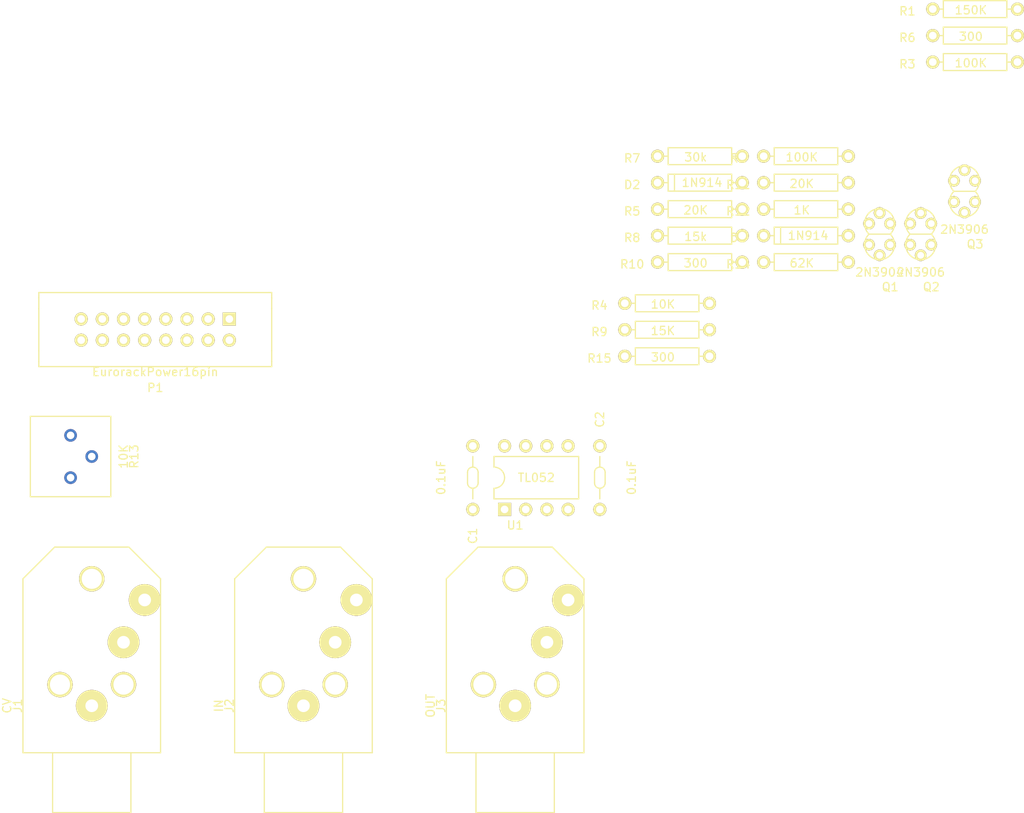
<source format=kicad_pcb>
(kicad_pcb (version 20190605) (host pcbnew "(5.1.0-1546-g4fcfd266e)")

  (general
    (thickness 1.6)
    (drawings 0)
    (tracks 0)
    (modules 27)
    (nets 20)
  )

  (page "A4")
  (layers
    (0 "F.Cu" signal)
    (31 "B.Cu" signal)
    (32 "B.Adhes" user)
    (33 "F.Adhes" user)
    (34 "B.Paste" user)
    (35 "F.Paste" user)
    (36 "B.SilkS" user)
    (37 "F.SilkS" user)
    (38 "B.Mask" user)
    (39 "F.Mask" user)
    (40 "Dwgs.User" user)
    (41 "Cmts.User" user)
    (42 "Eco1.User" user)
    (43 "Eco2.User" user)
    (44 "Edge.Cuts" user)
    (45 "Margin" user)
    (46 "B.CrtYd" user)
    (47 "F.CrtYd" user)
    (48 "B.Fab" user)
    (49 "F.Fab" user)
  )

  (setup
    (last_trace_width 0.25)
    (trace_clearance 0.2)
    (zone_clearance 0.508)
    (zone_45_only no)
    (trace_min 0.2)
    (via_size 0.8)
    (via_drill 0.4)
    (via_min_size 0.4)
    (via_min_drill 0.3)
    (uvia_size 0.3)
    (uvia_drill 0.1)
    (uvias_allowed no)
    (uvia_min_size 0.2)
    (uvia_min_drill 0.1)
    (max_error 0.005)
    (defaults
      (edge_clearance 0.01)
      (edge_cuts_line_width 0.05)
      (courtyard_line_width 0.05)
      (copper_line_width 0.2)
      (copper_text_dims (size 1.5 1.5) (thickness 0.3) keep_upright)
      (silk_line_width 0.12)
      (silk_text_dims (size 1 1) (thickness 0.15) keep_upright)
      (other_layers_line_width 0.1)
      (other_layers_text_dims (size 1 1) (thickness 0.15) keep_upright)
    )
    (pad_size 1.524 1.524)
    (pad_drill 0.762)
    (pad_to_mask_clearance 0.051)
    (solder_mask_min_width 0.25)
    (aux_axis_origin 0 0)
    (visible_elements 7FFFFFFF)
    (pcbplotparams
      (layerselection 0x010fc_ffffffff)
      (usegerberextensions false)
      (usegerberattributes false)
      (usegerberadvancedattributes false)
      (creategerberjobfile false)
      (excludeedgelayer true)
      (linewidth 0.100000)
      (plotframeref false)
      (viasonmask false)
      (mode 1)
      (useauxorigin false)
      (hpglpennumber 1)
      (hpglpenspeed 20)
      (hpglpendiameter 15.000000)
      (psnegative false)
      (psa4output false)
      (plotreference true)
      (plotvalue true)
      (plotinvisibletext false)
      (padsonsilk false)
      (subtractmaskfromsilk false)
      (outputformat 1)
      (mirror false)
      (drillshape 1)
      (scaleselection 1)
      (outputdirectory ""))
  )

  (net 0 "")
  (net 1 "GND")
  (net 2 "+15V0")
  (net 3 "-15V0")
  (net 4 "Net-(D1-Pad2)")
  (net 5 "Net-(D1-Pad1)")
  (net 6 "/Vin")
  (net 7 "Net-(J1-Pad3)")
  (net 8 "Net-(J2-Pad3)")
  (net 9 "Net-(J3-Pad3)")
  (net 10 "Net-(Q1-Pad5)")
  (net 11 "Net-(Q1-Pad1)")
  (net 12 "Net-(Q1-Pad6)")
  (net 13 "Net-(Q1-Pad3)")
  (net 14 "Net-(Q1-Pad2)")
  (net 15 "Net-(Q2-Pad1)")
  (net 16 "Net-(Q2-Pad2)")
  (net 17 "Net-(Q3-Pad1)")
  (net 18 "Net-(R11-Pad1)")
  (net 19 "Net-(R13-Pad2)")

  (net_class "Default" "This is the default net class."
    (clearance 0.2)
    (trace_width 0.25)
    (via_dia 0.8)
    (via_drill 0.4)
    (uvia_dia 0.3)
    (uvia_drill 0.1)
    (add_net "+15V0")
    (add_net "-15V0")
    (add_net "/Vin")
    (add_net "GND")
    (add_net "Net-(D1-Pad1)")
    (add_net "Net-(D1-Pad2)")
    (add_net "Net-(J1-Pad3)")
    (add_net "Net-(J2-Pad3)")
    (add_net "Net-(J3-Pad3)")
    (add_net "Net-(Q1-Pad1)")
    (add_net "Net-(Q1-Pad2)")
    (add_net "Net-(Q1-Pad3)")
    (add_net "Net-(Q1-Pad5)")
    (add_net "Net-(Q1-Pad6)")
    (add_net "Net-(Q2-Pad1)")
    (add_net "Net-(Q2-Pad2)")
    (add_net "Net-(Q3-Pad1)")
    (add_net "Net-(R11-Pad1)")
    (add_net "Net-(R13-Pad2)")
  )

  (module "FootPrints:DIP8.3" (layer "F.Cu") (tedit 56ADA5EF) (tstamp 5DCA3947)
    (at 154.94 147.32)
    (path "/5B3C4C5E")
    (fp_text reference "U1" (at -2.54 5.715) (layer "F.SilkS")
      (effects (font (size 1 1) (thickness 0.15)))
    )
    (fp_text value "TL052" (at 0 0) (layer "F.SilkS")
      (effects (font (size 1 1) (thickness 0.15)))
    )
    (fp_arc (start -5.08 0) (end -3.81 0) (angle 90) (layer "F.SilkS") (width 0.15))
    (fp_arc (start -5.08 0) (end -5.08 -1.27) (angle 90) (layer "F.SilkS") (width 0.15))
    (fp_line (start -5.08 -2.54) (end -5.08 -1.27) (layer "F.SilkS") (width 0.15))
    (fp_line (start -5.08 -2.54) (end 5.08 -2.54) (layer "F.SilkS") (width 0.15))
    (fp_line (start 5.08 -2.54) (end 5.08 2.54) (layer "F.SilkS") (width 0.15))
    (fp_line (start 5.08 2.54) (end -5.08 2.54) (layer "F.SilkS") (width 0.15))
    (fp_line (start -5.08 2.54) (end -5.08 1.27) (layer "F.SilkS") (width 0.15))
    (pad "8" thru_hole circle (at -3.81 -3.81) (size 1.5748 1.5748) (drill 0.9144) (layers *.Cu *.Mask "F.SilkS")
      (net 2 "+15V0"))
    (pad "7" thru_hole circle (at -1.27 -3.81) (size 1.5748 1.5748) (drill 0.9144) (layers *.Cu *.Mask "F.SilkS")
      (net 5 "Net-(D1-Pad1)"))
    (pad "6" thru_hole circle (at 1.27 -3.81) (size 1.5748 1.5748) (drill 0.9144) (layers *.Cu *.Mask "F.SilkS")
      (net 4 "Net-(D1-Pad2)"))
    (pad "5" thru_hole circle (at 3.81 -3.81) (size 1.5748 1.5748) (drill 0.9144) (layers *.Cu *.Mask "F.SilkS")
      (net 1 "GND"))
    (pad "4" thru_hole circle (at 3.81 3.81) (size 1.5748 1.5748) (drill 0.9144) (layers *.Cu *.Mask "F.SilkS")
      (net 3 "-15V0"))
    (pad "3" thru_hole circle (at 1.27 3.81) (size 1.5748 1.5748) (drill 0.9144) (layers *.Cu *.Mask "F.SilkS")
      (net 1 "GND"))
    (pad "2" thru_hole circle (at -1.27 3.81) (size 1.5748 1.5748) (drill 0.9144) (layers *.Cu *.Mask "F.SilkS")
      (net 12 "Net-(Q1-Pad6)"))
    (pad "1" thru_hole rect (at -3.81 3.81) (size 1.5748 1.5748) (drill 0.9144) (layers *.Cu *.Mask "F.SilkS")
      (net 18 "Net-(R11-Pad1)"))
  )

  (module "FootPrints:AXIAL0_4" (layer "F.Cu") (tedit 56ACF211) (tstamp 5DCA3934)
    (at 170.635 132.743601)
    (path "/5B3D2BD6")
    (fp_text reference "R15" (at -8.128 0.254) (layer "F.SilkS")
      (effects (font (size 1 1) (thickness 0.15)))
    )
    (fp_text value "300" (at -0.508 0.127) (layer "F.SilkS")
      (effects (font (size 1 1) (thickness 0.15)))
    )
    (fp_line (start -3.81 -1.016) (end -3.81 1.016) (layer "F.SilkS") (width 0.15))
    (fp_line (start 3.81 -1.016) (end 3.81 1.016) (layer "F.SilkS") (width 0.15))
    (fp_line (start -3.81 0) (end -4.318 0) (layer "F.SilkS") (width 0.15))
    (fp_line (start 4.445 0) (end 3.81 0) (layer "F.SilkS") (width 0.15))
    (fp_line (start -3.81 1.016) (end 3.81 1.016) (layer "F.SilkS") (width 0.15))
    (fp_line (start 3.81 -1.016) (end -3.81 -1.016) (layer "F.SilkS") (width 0.15))
    (pad "2" thru_hole circle (at 5.08 0) (size 1.5748 1.5748) (drill 0.9144) (layers *.Cu *.Mask "F.SilkS")
      (net 1 "GND"))
    (pad "1" thru_hole circle (at -5.08 0) (size 1.5748 1.5748) (drill 0.9144) (layers *.Cu *.Mask "F.SilkS")
      (net 16 "Net-(Q2-Pad2)"))
  )

  (module "FootPrints:AXIAL0_4" (layer "F.Cu") (tedit 56ACF211) (tstamp 5DCA3928)
    (at 187.295 121.443601)
    (path "/5B3D2D62")
    (fp_text reference "R14" (at -8.128 0.254) (layer "F.SilkS")
      (effects (font (size 1 1) (thickness 0.15)))
    )
    (fp_text value "62K" (at -0.508 0.127) (layer "F.SilkS")
      (effects (font (size 1 1) (thickness 0.15)))
    )
    (fp_line (start -3.81 -1.016) (end -3.81 1.016) (layer "F.SilkS") (width 0.15))
    (fp_line (start 3.81 -1.016) (end 3.81 1.016) (layer "F.SilkS") (width 0.15))
    (fp_line (start -3.81 0) (end -4.318 0) (layer "F.SilkS") (width 0.15))
    (fp_line (start 4.445 0) (end 3.81 0) (layer "F.SilkS") (width 0.15))
    (fp_line (start -3.81 1.016) (end 3.81 1.016) (layer "F.SilkS") (width 0.15))
    (fp_line (start 3.81 -1.016) (end -3.81 -1.016) (layer "F.SilkS") (width 0.15))
    (pad "2" thru_hole circle (at 5.08 0) (size 1.5748 1.5748) (drill 0.9144) (layers *.Cu *.Mask "F.SilkS")
      (net 19 "Net-(R13-Pad2)"))
    (pad "1" thru_hole circle (at -5.08 0) (size 1.5748 1.5748) (drill 0.9144) (layers *.Cu *.Mask "F.SilkS")
      (net 16 "Net-(Q2-Pad2)"))
  )

  (module "FootPrints:Trimpot" (layer "F.Cu") (tedit 5BF78D54) (tstamp 5DCA391C)
    (at 99.06 144.78 90)
    (path "/5B3D2DE4")
    (fp_text reference "R13" (at 0 7.62 90) (layer "F.SilkS")
      (effects (font (size 1 1) (thickness 0.15)))
    )
    (fp_text value "10K" (at 0 6.35 90) (layer "F.SilkS")
      (effects (font (size 1 1) (thickness 0.15)))
    )
    (fp_line (start -4.826 -4.826) (end -4.826 4.826) (layer "F.SilkS") (width 0.15))
    (fp_line (start 4.826 -4.826) (end -4.826 -4.826) (layer "F.SilkS") (width 0.15))
    (fp_line (start 4.826 4.826) (end 4.826 -4.826) (layer "F.SilkS") (width 0.15))
    (fp_line (start -4.826 4.826) (end 4.826 4.826) (layer "F.SilkS") (width 0.15))
    (pad "3" thru_hole circle (at 2.54 0 90) (size 1.524 1.524) (drill 0.9144) (layers *.Cu *.Mask)
      (net 3 "-15V0"))
    (pad "2" thru_hole circle (at 0 2.54 90) (size 1.524 1.524) (drill 0.9144) (layers *.Cu *.Mask)
      (net 19 "Net-(R13-Pad2)"))
    (pad "1" thru_hole circle (at -2.54 0 90) (size 1.524 1.524) (drill 0.9144) (layers *.Cu *.Mask)
      (net 2 "+15V0"))
  )

  (module "FootPrints:AXIAL0_4" (layer "F.Cu") (tedit 56ACF211) (tstamp 5DCA3911)
    (at 187.295 115.083601)
    (path "/5B3C4F54")
    (fp_text reference "R12" (at -8.128 0.254) (layer "F.SilkS")
      (effects (font (size 1 1) (thickness 0.15)))
    )
    (fp_text value "1K" (at -0.508 0.127) (layer "F.SilkS")
      (effects (font (size 1 1) (thickness 0.15)))
    )
    (fp_line (start -3.81 -1.016) (end -3.81 1.016) (layer "F.SilkS") (width 0.15))
    (fp_line (start 3.81 -1.016) (end 3.81 1.016) (layer "F.SilkS") (width 0.15))
    (fp_line (start -3.81 0) (end -4.318 0) (layer "F.SilkS") (width 0.15))
    (fp_line (start 4.445 0) (end 3.81 0) (layer "F.SilkS") (width 0.15))
    (fp_line (start -3.81 1.016) (end 3.81 1.016) (layer "F.SilkS") (width 0.15))
    (fp_line (start 3.81 -1.016) (end -3.81 -1.016) (layer "F.SilkS") (width 0.15))
    (pad "2" thru_hole circle (at 5.08 0) (size 1.5748 1.5748) (drill 0.9144) (layers *.Cu *.Mask "F.SilkS")
      (net 18 "Net-(R11-Pad1)"))
    (pad "1" thru_hole circle (at -5.08 0) (size 1.5748 1.5748) (drill 0.9144) (layers *.Cu *.Mask "F.SilkS")
      (net 9 "Net-(J3-Pad3)"))
  )

  (module "FootPrints:AXIAL0_4" (layer "F.Cu") (tedit 56ACF211) (tstamp 5DCA3905)
    (at 187.295 111.903601)
    (path "/5B3C4D5F")
    (fp_text reference "R11" (at -8.128 0.254) (layer "F.SilkS")
      (effects (font (size 1 1) (thickness 0.15)))
    )
    (fp_text value "20K" (at -0.508 0.127) (layer "F.SilkS")
      (effects (font (size 1 1) (thickness 0.15)))
    )
    (fp_line (start -3.81 -1.016) (end -3.81 1.016) (layer "F.SilkS") (width 0.15))
    (fp_line (start 3.81 -1.016) (end 3.81 1.016) (layer "F.SilkS") (width 0.15))
    (fp_line (start -3.81 0) (end -4.318 0) (layer "F.SilkS") (width 0.15))
    (fp_line (start 4.445 0) (end 3.81 0) (layer "F.SilkS") (width 0.15))
    (fp_line (start -3.81 1.016) (end 3.81 1.016) (layer "F.SilkS") (width 0.15))
    (fp_line (start 3.81 -1.016) (end -3.81 -1.016) (layer "F.SilkS") (width 0.15))
    (pad "2" thru_hole circle (at 5.08 0) (size 1.5748 1.5748) (drill 0.9144) (layers *.Cu *.Mask "F.SilkS")
      (net 12 "Net-(Q1-Pad6)"))
    (pad "1" thru_hole circle (at -5.08 0) (size 1.5748 1.5748) (drill 0.9144) (layers *.Cu *.Mask "F.SilkS")
      (net 18 "Net-(R11-Pad1)"))
  )

  (module "FootPrints:AXIAL0_4" (layer "F.Cu") (tedit 56ACF211) (tstamp 5DCA38F9)
    (at 174.565 121.443601)
    (path "/5B3C6041")
    (fp_text reference "R10" (at -8.128 0.254) (layer "F.SilkS")
      (effects (font (size 1 1) (thickness 0.15)))
    )
    (fp_text value "300" (at -0.508 0.127) (layer "F.SilkS")
      (effects (font (size 1 1) (thickness 0.15)))
    )
    (fp_line (start -3.81 -1.016) (end -3.81 1.016) (layer "F.SilkS") (width 0.15))
    (fp_line (start 3.81 -1.016) (end 3.81 1.016) (layer "F.SilkS") (width 0.15))
    (fp_line (start -3.81 0) (end -4.318 0) (layer "F.SilkS") (width 0.15))
    (fp_line (start 4.445 0) (end 3.81 0) (layer "F.SilkS") (width 0.15))
    (fp_line (start -3.81 1.016) (end 3.81 1.016) (layer "F.SilkS") (width 0.15))
    (fp_line (start 3.81 -1.016) (end -3.81 -1.016) (layer "F.SilkS") (width 0.15))
    (pad "2" thru_hole circle (at 5.08 0) (size 1.5748 1.5748) (drill 0.9144) (layers *.Cu *.Mask "F.SilkS")
      (net 1 "GND"))
    (pad "1" thru_hole circle (at -5.08 0) (size 1.5748 1.5748) (drill 0.9144) (layers *.Cu *.Mask "F.SilkS")
      (net 10 "Net-(Q1-Pad5)"))
  )

  (module "FootPrints:AXIAL0_4" (layer "F.Cu") (tedit 56ACF211) (tstamp 5DCA38ED)
    (at 170.635 129.563601)
    (path "/5B3C49DF")
    (fp_text reference "R9" (at -8.128 0.254) (layer "F.SilkS")
      (effects (font (size 1 1) (thickness 0.15)))
    )
    (fp_text value "15K" (at -0.508 0.127) (layer "F.SilkS")
      (effects (font (size 1 1) (thickness 0.15)))
    )
    (fp_line (start -3.81 -1.016) (end -3.81 1.016) (layer "F.SilkS") (width 0.15))
    (fp_line (start 3.81 -1.016) (end 3.81 1.016) (layer "F.SilkS") (width 0.15))
    (fp_line (start -3.81 0) (end -4.318 0) (layer "F.SilkS") (width 0.15))
    (fp_line (start 4.445 0) (end 3.81 0) (layer "F.SilkS") (width 0.15))
    (fp_line (start -3.81 1.016) (end 3.81 1.016) (layer "F.SilkS") (width 0.15))
    (fp_line (start 3.81 -1.016) (end -3.81 -1.016) (layer "F.SilkS") (width 0.15))
    (pad "2" thru_hole circle (at 5.08 0) (size 1.5748 1.5748) (drill 0.9144) (layers *.Cu *.Mask "F.SilkS")
      (net 17 "Net-(Q3-Pad1)"))
    (pad "1" thru_hole circle (at -5.08 0) (size 1.5748 1.5748) (drill 0.9144) (layers *.Cu *.Mask "F.SilkS")
      (net 2 "+15V0"))
  )

  (module "FootPrints:AXIAL0_4" (layer "F.Cu") (tedit 56ACF211) (tstamp 5DCA38E1)
    (at 174.565 118.263601)
    (path "/5B3C4A5C")
    (fp_text reference "R8" (at -8.128 0.254) (layer "F.SilkS")
      (effects (font (size 1 1) (thickness 0.15)))
    )
    (fp_text value "15k" (at -0.508 0.127) (layer "F.SilkS")
      (effects (font (size 1 1) (thickness 0.15)))
    )
    (fp_line (start -3.81 -1.016) (end -3.81 1.016) (layer "F.SilkS") (width 0.15))
    (fp_line (start 3.81 -1.016) (end 3.81 1.016) (layer "F.SilkS") (width 0.15))
    (fp_line (start -3.81 0) (end -4.318 0) (layer "F.SilkS") (width 0.15))
    (fp_line (start 4.445 0) (end 3.81 0) (layer "F.SilkS") (width 0.15))
    (fp_line (start -3.81 1.016) (end 3.81 1.016) (layer "F.SilkS") (width 0.15))
    (fp_line (start 3.81 -1.016) (end -3.81 -1.016) (layer "F.SilkS") (width 0.15))
    (pad "2" thru_hole circle (at 5.08 0) (size 1.5748 1.5748) (drill 0.9144) (layers *.Cu *.Mask "F.SilkS")
      (net 3 "-15V0"))
    (pad "1" thru_hole circle (at -5.08 0) (size 1.5748 1.5748) (drill 0.9144) (layers *.Cu *.Mask "F.SilkS")
      (net 11 "Net-(Q1-Pad1)"))
  )

  (module "FootPrints:AXIAL0_4" (layer "F.Cu") (tedit 56ACF211) (tstamp 5DCA38D5)
    (at 174.565 108.723601)
    (path "/5B3C4846")
    (fp_text reference "R7" (at -8.128 0.254) (layer "F.SilkS")
      (effects (font (size 1 1) (thickness 0.15)))
    )
    (fp_text value "30k" (at -0.508 0.127) (layer "F.SilkS")
      (effects (font (size 1 1) (thickness 0.15)))
    )
    (fp_line (start -3.81 -1.016) (end -3.81 1.016) (layer "F.SilkS") (width 0.15))
    (fp_line (start 3.81 -1.016) (end 3.81 1.016) (layer "F.SilkS") (width 0.15))
    (fp_line (start -3.81 0) (end -4.318 0) (layer "F.SilkS") (width 0.15))
    (fp_line (start 4.445 0) (end 3.81 0) (layer "F.SilkS") (width 0.15))
    (fp_line (start -3.81 1.016) (end 3.81 1.016) (layer "F.SilkS") (width 0.15))
    (fp_line (start 3.81 -1.016) (end -3.81 -1.016) (layer "F.SilkS") (width 0.15))
    (pad "2" thru_hole circle (at 5.08 0) (size 1.5748 1.5748) (drill 0.9144) (layers *.Cu *.Mask "F.SilkS")
      (net 15 "Net-(Q2-Pad1)"))
    (pad "1" thru_hole circle (at -5.08 0) (size 1.5748 1.5748) (drill 0.9144) (layers *.Cu *.Mask "F.SilkS")
      (net 2 "+15V0"))
  )

  (module "FootPrints:AXIAL0_4" (layer "F.Cu") (tedit 56ACF211) (tstamp 5DCA38C9)
    (at 207.585 94.243601)
    (path "/5B3C628B")
    (fp_text reference "R6" (at -8.128 0.254) (layer "F.SilkS")
      (effects (font (size 1 1) (thickness 0.15)))
    )
    (fp_text value "300" (at -0.508 0.127) (layer "F.SilkS")
      (effects (font (size 1 1) (thickness 0.15)))
    )
    (fp_line (start -3.81 -1.016) (end -3.81 1.016) (layer "F.SilkS") (width 0.15))
    (fp_line (start 3.81 -1.016) (end 3.81 1.016) (layer "F.SilkS") (width 0.15))
    (fp_line (start -3.81 0) (end -4.318 0) (layer "F.SilkS") (width 0.15))
    (fp_line (start 4.445 0) (end 3.81 0) (layer "F.SilkS") (width 0.15))
    (fp_line (start -3.81 1.016) (end 3.81 1.016) (layer "F.SilkS") (width 0.15))
    (fp_line (start 3.81 -1.016) (end -3.81 -1.016) (layer "F.SilkS") (width 0.15))
    (pad "2" thru_hole circle (at 5.08 0) (size 1.5748 1.5748) (drill 0.9144) (layers *.Cu *.Mask "F.SilkS")
      (net 1 "GND"))
    (pad "1" thru_hole circle (at -5.08 0) (size 1.5748 1.5748) (drill 0.9144) (layers *.Cu *.Mask "F.SilkS")
      (net 14 "Net-(Q1-Pad2)"))
  )

  (module "FootPrints:AXIAL0_4" (layer "F.Cu") (tedit 56ACF211) (tstamp 5DCA38BD)
    (at 174.565 115.083601)
    (path "/5B3C521B")
    (fp_text reference "R5" (at -8.128 0.254) (layer "F.SilkS")
      (effects (font (size 1 1) (thickness 0.15)))
    )
    (fp_text value "20K" (at -0.508 0.127) (layer "F.SilkS")
      (effects (font (size 1 1) (thickness 0.15)))
    )
    (fp_line (start -3.81 -1.016) (end -3.81 1.016) (layer "F.SilkS") (width 0.15))
    (fp_line (start 3.81 -1.016) (end 3.81 1.016) (layer "F.SilkS") (width 0.15))
    (fp_line (start -3.81 0) (end -4.318 0) (layer "F.SilkS") (width 0.15))
    (fp_line (start 4.445 0) (end 3.81 0) (layer "F.SilkS") (width 0.15))
    (fp_line (start -3.81 1.016) (end 3.81 1.016) (layer "F.SilkS") (width 0.15))
    (fp_line (start 3.81 -1.016) (end -3.81 -1.016) (layer "F.SilkS") (width 0.15))
    (pad "2" thru_hole circle (at 5.08 0) (size 1.5748 1.5748) (drill 0.9144) (layers *.Cu *.Mask "F.SilkS")
      (net 8 "Net-(J2-Pad3)"))
    (pad "1" thru_hole circle (at -5.08 0) (size 1.5748 1.5748) (drill 0.9144) (layers *.Cu *.Mask "F.SilkS")
      (net 13 "Net-(Q1-Pad3)"))
  )

  (module "FootPrints:AXIAL0_4" (layer "F.Cu") (tedit 56ACF211) (tstamp 5DCA38B1)
    (at 170.635 126.383601)
    (path "/5B3C6114")
    (fp_text reference "R4" (at -8.128 0.254) (layer "F.SilkS")
      (effects (font (size 1 1) (thickness 0.15)))
    )
    (fp_text value "10K" (at -0.508 0.127) (layer "F.SilkS")
      (effects (font (size 1 1) (thickness 0.15)))
    )
    (fp_line (start -3.81 -1.016) (end -3.81 1.016) (layer "F.SilkS") (width 0.15))
    (fp_line (start 3.81 -1.016) (end 3.81 1.016) (layer "F.SilkS") (width 0.15))
    (fp_line (start -3.81 0) (end -4.318 0) (layer "F.SilkS") (width 0.15))
    (fp_line (start 4.445 0) (end 3.81 0) (layer "F.SilkS") (width 0.15))
    (fp_line (start -3.81 1.016) (end 3.81 1.016) (layer "F.SilkS") (width 0.15))
    (fp_line (start 3.81 -1.016) (end -3.81 -1.016) (layer "F.SilkS") (width 0.15))
    (pad "2" thru_hole circle (at 5.08 0) (size 1.5748 1.5748) (drill 0.9144) (layers *.Cu *.Mask "F.SilkS")
      (net 6 "/Vin"))
    (pad "1" thru_hole circle (at -5.08 0) (size 1.5748 1.5748) (drill 0.9144) (layers *.Cu *.Mask "F.SilkS")
      (net 14 "Net-(Q1-Pad2)"))
  )

  (module "FootPrints:AXIAL0_4" (layer "F.Cu") (tedit 56ACF211) (tstamp 5DCA38A5)
    (at 207.585 97.423601)
    (path "/5B3C572A")
    (fp_text reference "R3" (at -8.128 0.254) (layer "F.SilkS")
      (effects (font (size 1 1) (thickness 0.15)))
    )
    (fp_text value "100K" (at -0.508 0.127) (layer "F.SilkS")
      (effects (font (size 1 1) (thickness 0.15)))
    )
    (fp_line (start -3.81 -1.016) (end -3.81 1.016) (layer "F.SilkS") (width 0.15))
    (fp_line (start 3.81 -1.016) (end 3.81 1.016) (layer "F.SilkS") (width 0.15))
    (fp_line (start -3.81 0) (end -4.318 0) (layer "F.SilkS") (width 0.15))
    (fp_line (start 4.445 0) (end 3.81 0) (layer "F.SilkS") (width 0.15))
    (fp_line (start -3.81 1.016) (end 3.81 1.016) (layer "F.SilkS") (width 0.15))
    (fp_line (start 3.81 -1.016) (end -3.81 -1.016) (layer "F.SilkS") (width 0.15))
    (pad "2" thru_hole circle (at 5.08 0) (size 1.5748 1.5748) (drill 0.9144) (layers *.Cu *.Mask "F.SilkS")
      (net 4 "Net-(D1-Pad2)"))
    (pad "1" thru_hole circle (at -5.08 0) (size 1.5748 1.5748) (drill 0.9144) (layers *.Cu *.Mask "F.SilkS")
      (net 6 "/Vin"))
  )

  (module "FootPrints:AXIAL0_4" (layer "F.Cu") (tedit 56ACF211) (tstamp 5DCA3899)
    (at 187.295 108.723601)
    (path "/5B3C5637")
    (fp_text reference "R2" (at -8.128 0.254) (layer "F.SilkS")
      (effects (font (size 1 1) (thickness 0.15)))
    )
    (fp_text value "100K" (at -0.508 0.127) (layer "F.SilkS")
      (effects (font (size 1 1) (thickness 0.15)))
    )
    (fp_line (start -3.81 -1.016) (end -3.81 1.016) (layer "F.SilkS") (width 0.15))
    (fp_line (start 3.81 -1.016) (end 3.81 1.016) (layer "F.SilkS") (width 0.15))
    (fp_line (start -3.81 0) (end -4.318 0) (layer "F.SilkS") (width 0.15))
    (fp_line (start 4.445 0) (end 3.81 0) (layer "F.SilkS") (width 0.15))
    (fp_line (start -3.81 1.016) (end 3.81 1.016) (layer "F.SilkS") (width 0.15))
    (fp_line (start 3.81 -1.016) (end -3.81 -1.016) (layer "F.SilkS") (width 0.15))
    (pad "2" thru_hole circle (at 5.08 0) (size 1.5748 1.5748) (drill 0.9144) (layers *.Cu *.Mask "F.SilkS")
      (net 7 "Net-(J1-Pad3)"))
    (pad "1" thru_hole circle (at -5.08 0) (size 1.5748 1.5748) (drill 0.9144) (layers *.Cu *.Mask "F.SilkS")
      (net 4 "Net-(D1-Pad2)"))
  )

  (module "FootPrints:AXIAL0_4" (layer "F.Cu") (tedit 56ACF211) (tstamp 5DCA388D)
    (at 207.585 91.063601)
    (path "/5B3C5E10")
    (fp_text reference "R1" (at -8.128 0.254) (layer "F.SilkS")
      (effects (font (size 1 1) (thickness 0.15)))
    )
    (fp_text value "150K" (at -0.508 0.127) (layer "F.SilkS")
      (effects (font (size 1 1) (thickness 0.15)))
    )
    (fp_line (start -3.81 -1.016) (end -3.81 1.016) (layer "F.SilkS") (width 0.15))
    (fp_line (start 3.81 -1.016) (end 3.81 1.016) (layer "F.SilkS") (width 0.15))
    (fp_line (start -3.81 0) (end -4.318 0) (layer "F.SilkS") (width 0.15))
    (fp_line (start 4.445 0) (end 3.81 0) (layer "F.SilkS") (width 0.15))
    (fp_line (start -3.81 1.016) (end 3.81 1.016) (layer "F.SilkS") (width 0.15))
    (fp_line (start 3.81 -1.016) (end -3.81 -1.016) (layer "F.SilkS") (width 0.15))
    (pad "2" thru_hole circle (at 5.08 0) (size 1.5748 1.5748) (drill 0.9144) (layers *.Cu *.Mask "F.SilkS")
      (net 3 "-15V0"))
    (pad "1" thru_hole circle (at -5.08 0) (size 1.5748 1.5748) (drill 0.9144) (layers *.Cu *.Mask "F.SilkS")
      (net 4 "Net-(D1-Pad2)"))
  )

  (module "FootPrints:DUAL_TO92" (layer "F.Cu") (tedit 589B6499) (tstamp 5DCA3881)
    (at 206.3161 112.9411)
    (path "/5DCB276E")
    (fp_text reference "Q3" (at 1.27 6.35) (layer "F.SilkS")
      (effects (font (size 1 1) (thickness 0.15)))
    )
    (fp_text value "2N3906" (at 0 4.58) (layer "F.SilkS")
      (effects (font (size 1 1) (thickness 0.15)))
    )
    (fp_arc (start 0 1.27) (end -1.27 2.54) (angle 90) (layer "F.SilkS") (width 0.15))
    (fp_arc (start 0 1.27) (end 1.27 2.54) (angle 90) (layer "F.SilkS") (width 0.15))
    (fp_arc (start 0 1.27) (end 1.27 0) (angle 90) (layer "F.SilkS") (width 0.15))
    (fp_arc (start 0 -1.27) (end 1.27 -2.54) (angle 90) (layer "F.SilkS") (width 0.15))
    (fp_arc (start 0 -1.27) (end -1.27 -2.54) (angle 90) (layer "F.SilkS") (width 0.15))
    (fp_arc (start 0 -1.27) (end -1.27 0) (angle 90) (layer "F.SilkS") (width 0.15))
    (fp_line (start -1.27 0) (end 1.27 0) (layer "F.SilkS") (width 0.15))
    (pad "5" thru_hole circle (at 0 -2.54) (size 1.397 1.397) (drill 0.8128) (layers *.Cu *.Mask "F.SilkS")
      (net 1 "GND"))
    (pad "4" thru_hole circle (at -1.27 -1.27) (size 1.397 1.397) (drill 0.8128) (layers *.Cu *.Mask "F.SilkS")
      (net 17 "Net-(Q3-Pad1)"))
    (pad "6" thru_hole circle (at 1.27 -1.27) (size 1.397 1.397) (drill 0.8128) (layers *.Cu *.Mask "F.SilkS")
      (net 1 "GND"))
    (pad "1" thru_hole circle (at 1.27 1.27) (size 1.397 1.397) (drill 0.8128) (layers *.Cu *.Mask "F.SilkS")
      (net 17 "Net-(Q3-Pad1)"))
    (pad "3" thru_hole circle (at -1.27 1.27) (size 1.397 1.397) (drill 0.8128) (layers *.Cu *.Mask "F.SilkS")
      (net 11 "Net-(Q1-Pad1)"))
    (pad "2" thru_hole circle (at 0 2.54) (size 1.397 1.397) (drill 0.8128) (layers *.Cu *.Mask "F.SilkS")
      (net 13 "Net-(Q1-Pad3)"))
  )

  (module "FootPrints:DUAL_TO92" (layer "F.Cu") (tedit 589B6499) (tstamp 5DCA3870)
    (at 201.0561 118.0811)
    (path "/5DCB75C7")
    (fp_text reference "Q2" (at 1.27 6.35) (layer "F.SilkS")
      (effects (font (size 1 1) (thickness 0.15)))
    )
    (fp_text value "2N3906" (at 0 4.58) (layer "F.SilkS")
      (effects (font (size 1 1) (thickness 0.15)))
    )
    (fp_arc (start 0 1.27) (end -1.27 2.54) (angle 90) (layer "F.SilkS") (width 0.15))
    (fp_arc (start 0 1.27) (end 1.27 2.54) (angle 90) (layer "F.SilkS") (width 0.15))
    (fp_arc (start 0 1.27) (end 1.27 0) (angle 90) (layer "F.SilkS") (width 0.15))
    (fp_arc (start 0 -1.27) (end 1.27 -2.54) (angle 90) (layer "F.SilkS") (width 0.15))
    (fp_arc (start 0 -1.27) (end -1.27 -2.54) (angle 90) (layer "F.SilkS") (width 0.15))
    (fp_arc (start 0 -1.27) (end -1.27 0) (angle 90) (layer "F.SilkS") (width 0.15))
    (fp_line (start -1.27 0) (end 1.27 0) (layer "F.SilkS") (width 0.15))
    (pad "5" thru_hole circle (at 0 -2.54) (size 1.397 1.397) (drill 0.8128) (layers *.Cu *.Mask "F.SilkS")
      (net 14 "Net-(Q1-Pad2)"))
    (pad "4" thru_hole circle (at -1.27 -1.27) (size 1.397 1.397) (drill 0.8128) (layers *.Cu *.Mask "F.SilkS")
      (net 12 "Net-(Q1-Pad6)"))
    (pad "6" thru_hole circle (at 1.27 -1.27) (size 1.397 1.397) (drill 0.8128) (layers *.Cu *.Mask "F.SilkS")
      (net 15 "Net-(Q2-Pad1)"))
    (pad "1" thru_hole circle (at 1.27 1.27) (size 1.397 1.397) (drill 0.8128) (layers *.Cu *.Mask "F.SilkS")
      (net 15 "Net-(Q2-Pad1)"))
    (pad "3" thru_hole circle (at -1.27 1.27) (size 1.397 1.397) (drill 0.8128) (layers *.Cu *.Mask "F.SilkS")
      (net 13 "Net-(Q1-Pad3)"))
    (pad "2" thru_hole circle (at 0 2.54) (size 1.397 1.397) (drill 0.8128) (layers *.Cu *.Mask "F.SilkS")
      (net 16 "Net-(Q2-Pad2)"))
  )

  (module "FootPrints:DUAL_TO92" (layer "F.Cu") (tedit 589B6499) (tstamp 5DCA385F)
    (at 196.1261 118.0811)
    (path "/5DCBCEAD")
    (fp_text reference "Q1" (at 1.27 6.35) (layer "F.SilkS")
      (effects (font (size 1 1) (thickness 0.15)))
    )
    (fp_text value "2N3904" (at 0 4.58) (layer "F.SilkS")
      (effects (font (size 1 1) (thickness 0.15)))
    )
    (fp_arc (start 0 1.27) (end -1.27 2.54) (angle 90) (layer "F.SilkS") (width 0.15))
    (fp_arc (start 0 1.27) (end 1.27 2.54) (angle 90) (layer "F.SilkS") (width 0.15))
    (fp_arc (start 0 1.27) (end 1.27 0) (angle 90) (layer "F.SilkS") (width 0.15))
    (fp_arc (start 0 -1.27) (end 1.27 -2.54) (angle 90) (layer "F.SilkS") (width 0.15))
    (fp_arc (start 0 -1.27) (end -1.27 -2.54) (angle 90) (layer "F.SilkS") (width 0.15))
    (fp_arc (start 0 -1.27) (end -1.27 0) (angle 90) (layer "F.SilkS") (width 0.15))
    (fp_line (start -1.27 0) (end 1.27 0) (layer "F.SilkS") (width 0.15))
    (pad "5" thru_hole circle (at 0 -2.54) (size 1.397 1.397) (drill 0.8128) (layers *.Cu *.Mask "F.SilkS")
      (net 10 "Net-(Q1-Pad5)"))
    (pad "4" thru_hole circle (at -1.27 -1.27) (size 1.397 1.397) (drill 0.8128) (layers *.Cu *.Mask "F.SilkS")
      (net 11 "Net-(Q1-Pad1)"))
    (pad "6" thru_hole circle (at 1.27 -1.27) (size 1.397 1.397) (drill 0.8128) (layers *.Cu *.Mask "F.SilkS")
      (net 12 "Net-(Q1-Pad6)"))
    (pad "1" thru_hole circle (at 1.27 1.27) (size 1.397 1.397) (drill 0.8128) (layers *.Cu *.Mask "F.SilkS")
      (net 11 "Net-(Q1-Pad1)"))
    (pad "3" thru_hole circle (at -1.27 1.27) (size 1.397 1.397) (drill 0.8128) (layers *.Cu *.Mask "F.SilkS")
      (net 13 "Net-(Q1-Pad3)"))
    (pad "2" thru_hole circle (at 0 2.54) (size 1.397 1.397) (drill 0.8128) (layers *.Cu *.Mask "F.SilkS")
      (net 14 "Net-(Q1-Pad2)"))
  )

  (module "FootPrints:IDC8x2_Vert" (layer "F.Cu") (tedit 58C886C8) (tstamp 5DCA384E)
    (at 109.22 129.54)
    (path "/5B3C6DEC")
    (fp_text reference "P1" (at 0 6.985) (layer "F.SilkS")
      (effects (font (size 1 1) (thickness 0.15)))
    )
    (fp_text value "EurorackPower16pin" (at 0 5.08) (layer "F.SilkS")
      (effects (font (size 1 1) (thickness 0.15)))
    )
    (fp_line (start -13.97 3.81) (end -13.97 4.445) (layer "F.SilkS") (width 0.15))
    (fp_line (start -13.97 4.445) (end 13.97 4.445) (layer "F.SilkS") (width 0.15))
    (fp_line (start 13.97 4.445) (end 13.97 3.81) (layer "F.SilkS") (width 0.15))
    (fp_line (start 13.97 -3.81) (end 13.97 -4.445) (layer "F.SilkS") (width 0.15))
    (fp_line (start 13.97 -4.445) (end -13.97 -4.445) (layer "F.SilkS") (width 0.15))
    (fp_line (start -13.97 -4.445) (end -13.97 -3.81) (layer "F.SilkS") (width 0.15))
    (fp_line (start 13.97 2.54) (end 13.97 3.81) (layer "F.SilkS") (width 0.15))
    (fp_line (start -13.97 3.81) (end -13.97 2.54) (layer "F.SilkS") (width 0.15))
    (fp_line (start -13.97 -2.54) (end -13.97 -3.81) (layer "F.SilkS") (width 0.15))
    (fp_line (start 13.97 -3.81) (end 13.97 -2.54) (layer "F.SilkS") (width 0.15))
    (fp_line (start -13.97 2.54) (end -13.97 -2.54) (layer "F.SilkS") (width 0.15))
    (fp_line (start 13.97 -2.54) (end 13.97 2.54) (layer "F.SilkS") (width 0.15))
    (pad "16" thru_hole circle (at -8.89 1.27) (size 1.5748 1.5748) (drill 0.9144) (layers *.Cu *.Mask "F.SilkS"))
    (pad "15" thru_hole circle (at -8.89 -1.27) (size 1.5748 1.5748) (drill 0.9144) (layers *.Cu *.Mask "F.SilkS"))
    (pad "14" thru_hole circle (at -6.35 1.27) (size 1.5748 1.5748) (drill 0.9144) (layers *.Cu *.Mask "F.SilkS"))
    (pad "13" thru_hole circle (at -6.35 -1.27) (size 1.5748 1.5748) (drill 0.9144) (layers *.Cu *.Mask "F.SilkS"))
    (pad "12" thru_hole circle (at -3.81 1.27) (size 1.5748 1.5748) (drill 0.9144) (layers *.Cu *.Mask "F.SilkS"))
    (pad "11" thru_hole circle (at -3.81 -1.27) (size 1.5748 1.5748) (drill 0.9144) (layers *.Cu *.Mask "F.SilkS"))
    (pad "10" thru_hole circle (at -1.27 1.27) (size 1.5748 1.5748) (drill 0.9144) (layers *.Cu *.Mask "F.SilkS")
      (net 2 "+15V0"))
    (pad "9" thru_hole circle (at -1.27 -1.27) (size 1.5748 1.5748) (drill 0.9144) (layers *.Cu *.Mask "F.SilkS")
      (net 2 "+15V0"))
    (pad "8" thru_hole circle (at 1.27 1.27) (size 1.5748 1.5748) (drill 0.9144) (layers *.Cu *.Mask "F.SilkS")
      (net 1 "GND"))
    (pad "7" thru_hole circle (at 1.27 -1.27) (size 1.5748 1.5748) (drill 0.9144) (layers *.Cu *.Mask "F.SilkS")
      (net 1 "GND"))
    (pad "6" thru_hole circle (at 3.81 1.27) (size 1.5748 1.5748) (drill 0.9144) (layers *.Cu *.Mask "F.SilkS")
      (net 1 "GND"))
    (pad "5" thru_hole circle (at 3.81 -1.27) (size 1.5748 1.5748) (drill 0.9144) (layers *.Cu *.Mask "F.SilkS")
      (net 1 "GND"))
    (pad "4" thru_hole circle (at 6.35 1.27) (size 1.5748 1.5748) (drill 0.9144) (layers *.Cu *.Mask "F.SilkS")
      (net 1 "GND"))
    (pad "3" thru_hole circle (at 6.35 -1.27) (size 1.5748 1.5748) (drill 0.9144) (layers *.Cu *.Mask "F.SilkS")
      (net 1 "GND"))
    (pad "2" thru_hole circle (at 8.89 1.27) (size 1.5748 1.5748) (drill 0.9144) (layers *.Cu *.Mask "F.SilkS")
      (net 3 "-15V0"))
    (pad "1" thru_hole rect (at 8.89 -1.27) (size 1.5748 1.5748) (drill 0.9144) (layers *.Cu *.Mask "F.SilkS")
      (net 3 "-15V0"))
  )

  (module "FootPrints:PHONE-SC112A" (layer "F.Cu") (tedit 5B497D3B) (tstamp 5DCA382E)
    (at 152.4 180.34 270)
    (path "/5B3C5018")
    (fp_text reference "J3" (at -5.6388 8.89 90) (layer "F.SilkS")
      (effects (font (size 1 1) (thickness 0.15)))
    )
    (fp_text value "OUT" (at -5.6388 10.16 90) (layer "F.SilkS")
      (effects (font (size 1 1) (thickness 0.15)))
    )
    (fp_line (start 0 -4.699) (end 7.1882 -4.699) (layer "F.SilkS") (width 0.15))
    (fp_line (start 7.1882 -4.699) (end 7.1882 4.699) (layer "F.SilkS") (width 0.15))
    (fp_line (start 7.1882 4.699) (end 0 4.699) (layer "F.SilkS") (width 0.15))
    (fp_line (start -24.6888 4.445) (end -24.6888 -4.445) (layer "F.SilkS") (width 0.15))
    (fp_line (start -24.6888 -4.445) (end -20.8788 -8.255) (layer "F.SilkS") (width 0.15))
    (fp_line (start -20.8788 -8.255) (end 0 -8.255) (layer "F.SilkS") (width 0.15))
    (fp_line (start 0 -8.255) (end 0 8.255) (layer "F.SilkS") (width 0.15))
    (fp_line (start 0 8.255) (end -20.8788 8.255) (layer "F.SilkS") (width 0.15))
    (fp_line (start -20.8788 8.255) (end -24.6888 4.445) (layer "F.SilkS") (width 0.15))
    (pad "" thru_hole circle (at -8.1788 3.81 270) (size 3.048 3.048) (drill 2.413) (layers *.Cu *.Mask "F.SilkS"))
    (pad "" thru_hole circle (at -20.8788 0 270) (size 3.048 3.048) (drill 2.413) (layers *.Cu *.Mask "F.SilkS"))
    (pad "3" thru_hole circle (at -18.3388 -6.35 270) (size 3.81 3.81) (drill 1.524) (layers *.Cu *.Mask "F.SilkS")
      (net 9 "Net-(J3-Pad3)"))
    (pad "2" thru_hole circle (at -13.2588 -3.81 270) (size 3.81 3.81) (drill 1.524) (layers *.Cu *.Mask "F.SilkS"))
    (pad "" thru_hole circle (at -8.1788 -3.81 270) (size 3.048 3.048) (drill 2.413) (layers *.Cu *.Mask "F.SilkS"))
    (pad "1" thru_hole circle (at -5.6388 0 270) (size 3.81 3.81) (drill 1.524) (layers *.Cu *.Mask "F.SilkS")
      (net 1 "GND"))
  )

  (module "FootPrints:PHONE-SC112A" (layer "F.Cu") (tedit 5B497D3B) (tstamp 5DCA381B)
    (at 127 180.34 270)
    (path "/5B3C3EF6")
    (fp_text reference "J2" (at -5.6388 8.89 90) (layer "F.SilkS")
      (effects (font (size 1 1) (thickness 0.15)))
    )
    (fp_text value "IN" (at -5.6388 10.16 90) (layer "F.SilkS")
      (effects (font (size 1 1) (thickness 0.15)))
    )
    (fp_line (start 0 -4.699) (end 7.1882 -4.699) (layer "F.SilkS") (width 0.15))
    (fp_line (start 7.1882 -4.699) (end 7.1882 4.699) (layer "F.SilkS") (width 0.15))
    (fp_line (start 7.1882 4.699) (end 0 4.699) (layer "F.SilkS") (width 0.15))
    (fp_line (start -24.6888 4.445) (end -24.6888 -4.445) (layer "F.SilkS") (width 0.15))
    (fp_line (start -24.6888 -4.445) (end -20.8788 -8.255) (layer "F.SilkS") (width 0.15))
    (fp_line (start -20.8788 -8.255) (end 0 -8.255) (layer "F.SilkS") (width 0.15))
    (fp_line (start 0 -8.255) (end 0 8.255) (layer "F.SilkS") (width 0.15))
    (fp_line (start 0 8.255) (end -20.8788 8.255) (layer "F.SilkS") (width 0.15))
    (fp_line (start -20.8788 8.255) (end -24.6888 4.445) (layer "F.SilkS") (width 0.15))
    (pad "" thru_hole circle (at -8.1788 3.81 270) (size 3.048 3.048) (drill 2.413) (layers *.Cu *.Mask "F.SilkS"))
    (pad "" thru_hole circle (at -20.8788 0 270) (size 3.048 3.048) (drill 2.413) (layers *.Cu *.Mask "F.SilkS"))
    (pad "3" thru_hole circle (at -18.3388 -6.35 270) (size 3.81 3.81) (drill 1.524) (layers *.Cu *.Mask "F.SilkS")
      (net 8 "Net-(J2-Pad3)"))
    (pad "2" thru_hole circle (at -13.2588 -3.81 270) (size 3.81 3.81) (drill 1.524) (layers *.Cu *.Mask "F.SilkS")
      (net 1 "GND"))
    (pad "" thru_hole circle (at -8.1788 -3.81 270) (size 3.048 3.048) (drill 2.413) (layers *.Cu *.Mask "F.SilkS"))
    (pad "1" thru_hole circle (at -5.6388 0 270) (size 3.81 3.81) (drill 1.524) (layers *.Cu *.Mask "F.SilkS")
      (net 1 "GND"))
  )

  (module "FootPrints:PHONE-SC112A" (layer "F.Cu") (tedit 5B497D3B) (tstamp 5DCA3808)
    (at 101.6 180.34 270)
    (path "/5B3C3F88")
    (fp_text reference "J1" (at -5.6388 8.89 90) (layer "F.SilkS")
      (effects (font (size 1 1) (thickness 0.15)))
    )
    (fp_text value "CV" (at -5.6388 10.16 90) (layer "F.SilkS")
      (effects (font (size 1 1) (thickness 0.15)))
    )
    (fp_line (start 0 -4.699) (end 7.1882 -4.699) (layer "F.SilkS") (width 0.15))
    (fp_line (start 7.1882 -4.699) (end 7.1882 4.699) (layer "F.SilkS") (width 0.15))
    (fp_line (start 7.1882 4.699) (end 0 4.699) (layer "F.SilkS") (width 0.15))
    (fp_line (start -24.6888 4.445) (end -24.6888 -4.445) (layer "F.SilkS") (width 0.15))
    (fp_line (start -24.6888 -4.445) (end -20.8788 -8.255) (layer "F.SilkS") (width 0.15))
    (fp_line (start -20.8788 -8.255) (end 0 -8.255) (layer "F.SilkS") (width 0.15))
    (fp_line (start 0 -8.255) (end 0 8.255) (layer "F.SilkS") (width 0.15))
    (fp_line (start 0 8.255) (end -20.8788 8.255) (layer "F.SilkS") (width 0.15))
    (fp_line (start -20.8788 8.255) (end -24.6888 4.445) (layer "F.SilkS") (width 0.15))
    (pad "" thru_hole circle (at -8.1788 3.81 270) (size 3.048 3.048) (drill 2.413) (layers *.Cu *.Mask "F.SilkS"))
    (pad "" thru_hole circle (at -20.8788 0 270) (size 3.048 3.048) (drill 2.413) (layers *.Cu *.Mask "F.SilkS"))
    (pad "3" thru_hole circle (at -18.3388 -6.35 270) (size 3.81 3.81) (drill 1.524) (layers *.Cu *.Mask "F.SilkS")
      (net 7 "Net-(J1-Pad3)"))
    (pad "2" thru_hole circle (at -13.2588 -3.81 270) (size 3.81 3.81) (drill 1.524) (layers *.Cu *.Mask "F.SilkS")
      (net 1 "GND"))
    (pad "" thru_hole circle (at -8.1788 -3.81 270) (size 3.048 3.048) (drill 2.413) (layers *.Cu *.Mask "F.SilkS"))
    (pad "1" thru_hole circle (at -5.6388 0 270) (size 3.81 3.81) (drill 1.524) (layers *.Cu *.Mask "F.SilkS")
      (net 1 "GND"))
  )

  (module "FootPrints:DIODE0.4" (layer "F.Cu") (tedit 56BA2633) (tstamp 5DCA37F5)
    (at 174.565 111.903601)
    (path "/5BCD3068")
    (fp_text reference "D2" (at -8.128 0.254) (layer "F.SilkS")
      (effects (font (size 1 1) (thickness 0.15)))
    )
    (fp_text value "1N914" (at 0.254 0) (layer "F.SilkS")
      (effects (font (size 1 1) (thickness 0.15)))
    )
    (fp_line (start -3.048 1.016) (end -3.048 -1.016) (layer "F.SilkS") (width 0.15))
    (fp_line (start -3.81 -1.016) (end -3.81 1.016) (layer "F.SilkS") (width 0.15))
    (fp_line (start 3.81 -1.016) (end 3.81 1.016) (layer "F.SilkS") (width 0.15))
    (fp_line (start -3.81 0) (end -4.318 0) (layer "F.SilkS") (width 0.15))
    (fp_line (start 4.445 0) (end 3.81 0) (layer "F.SilkS") (width 0.15))
    (fp_line (start -3.81 1.016) (end 3.81 1.016) (layer "F.SilkS") (width 0.15))
    (fp_line (start 3.81 -1.016) (end -3.81 -1.016) (layer "F.SilkS") (width 0.15))
    (pad "2" thru_hole circle (at 5.08 0) (size 1.5748 1.5748) (drill 0.9144) (layers *.Cu *.Mask "F.SilkS")
      (net 5 "Net-(D1-Pad1)"))
    (pad "1" thru_hole circle (at -5.08 0) (size 1.5748 1.5748) (drill 0.9144) (layers *.Cu *.Mask "F.SilkS")
      (net 6 "/Vin"))
  )

  (module "FootPrints:DIODE0.4" (layer "F.Cu") (tedit 56BA2633) (tstamp 5DCA37E8)
    (at 187.295 118.263601)
    (path "/5BCD3307")
    (fp_text reference "D1" (at -8.128 0.254) (layer "F.SilkS")
      (effects (font (size 1 1) (thickness 0.15)))
    )
    (fp_text value "1N914" (at 0.254 0) (layer "F.SilkS")
      (effects (font (size 1 1) (thickness 0.15)))
    )
    (fp_line (start -3.048 1.016) (end -3.048 -1.016) (layer "F.SilkS") (width 0.15))
    (fp_line (start -3.81 -1.016) (end -3.81 1.016) (layer "F.SilkS") (width 0.15))
    (fp_line (start 3.81 -1.016) (end 3.81 1.016) (layer "F.SilkS") (width 0.15))
    (fp_line (start -3.81 0) (end -4.318 0) (layer "F.SilkS") (width 0.15))
    (fp_line (start 4.445 0) (end 3.81 0) (layer "F.SilkS") (width 0.15))
    (fp_line (start -3.81 1.016) (end 3.81 1.016) (layer "F.SilkS") (width 0.15))
    (fp_line (start 3.81 -1.016) (end -3.81 -1.016) (layer "F.SilkS") (width 0.15))
    (pad "2" thru_hole circle (at 5.08 0) (size 1.5748 1.5748) (drill 0.9144) (layers *.Cu *.Mask "F.SilkS")
      (net 4 "Net-(D1-Pad2)"))
    (pad "1" thru_hole circle (at -5.08 0) (size 1.5748 1.5748) (drill 0.9144) (layers *.Cu *.Mask "F.SilkS")
      (net 5 "Net-(D1-Pad1)"))
  )

  (module "FootPrints:CAP-Bypass-0_3" (layer "F.Cu") (tedit 56B42E37) (tstamp 5DCA37DB)
    (at 162.56 147.32 90)
    (path "/5B3C68AD")
    (fp_text reference "C2" (at 6.985 0 90) (layer "F.SilkS")
      (effects (font (size 1 1) (thickness 0.15)))
    )
    (fp_text value "0.1uF" (at 0 3.81 90) (layer "F.SilkS")
      (effects (font (size 1 1) (thickness 0.15)))
    )
    (fp_arc (start 0.635 0) (end 1.27 0) (angle 90) (layer "F.SilkS") (width 0.15))
    (fp_arc (start 0.635 0) (end 0.635 -0.635) (angle 90) (layer "F.SilkS") (width 0.15))
    (fp_arc (start -0.635 0) (end -0.635 0.635) (angle 90) (layer "F.SilkS") (width 0.15))
    (fp_arc (start -0.635 0) (end -1.27 0) (angle 90) (layer "F.SilkS") (width 0.15))
    (fp_line (start -0.635 0.635) (end 0.635 0.635) (layer "F.SilkS") (width 0.15))
    (fp_line (start -0.635 -0.635) (end 0.635 -0.635) (layer "F.SilkS") (width 0.15))
    (fp_line (start 2.54 0) (end 1.27 0) (layer "F.SilkS") (width 0.15))
    (fp_line (start -2.54 0) (end -1.27 0) (layer "F.SilkS") (width 0.15))
    (pad "2" thru_hole circle (at 3.81 0 90) (size 1.5748 1.5748) (drill 0.9144) (layers *.Cu *.Mask "F.SilkS")
      (net 1 "GND"))
    (pad "1" thru_hole circle (at -3.81 0 90) (size 1.5748 1.5748) (drill 0.9144) (layers *.Cu *.Mask "F.SilkS")
      (net 3 "-15V0"))
  )

  (module "FootPrints:CAP-Bypass-0_3" (layer "F.Cu") (tedit 56B42E37) (tstamp 5DCA37CD)
    (at 147.32 147.32 270)
    (path "/5B3C67C1")
    (fp_text reference "C1" (at 6.985 0 90) (layer "F.SilkS")
      (effects (font (size 1 1) (thickness 0.15)))
    )
    (fp_text value "0.1uF" (at 0 3.81 90) (layer "F.SilkS")
      (effects (font (size 1 1) (thickness 0.15)))
    )
    (fp_arc (start 0.635 0) (end 1.27 0) (angle 90) (layer "F.SilkS") (width 0.15))
    (fp_arc (start 0.635 0) (end 0.635 -0.635) (angle 90) (layer "F.SilkS") (width 0.15))
    (fp_arc (start -0.635 0) (end -0.635 0.635) (angle 90) (layer "F.SilkS") (width 0.15))
    (fp_arc (start -0.635 0) (end -1.27 0) (angle 90) (layer "F.SilkS") (width 0.15))
    (fp_line (start -0.635 0.635) (end 0.635 0.635) (layer "F.SilkS") (width 0.15))
    (fp_line (start -0.635 -0.635) (end 0.635 -0.635) (layer "F.SilkS") (width 0.15))
    (fp_line (start 2.54 0) (end 1.27 0) (layer "F.SilkS") (width 0.15))
    (fp_line (start -2.54 0) (end -1.27 0) (layer "F.SilkS") (width 0.15))
    (pad "2" thru_hole circle (at 3.81 0 270) (size 1.5748 1.5748) (drill 0.9144) (layers *.Cu *.Mask "F.SilkS")
      (net 1 "GND"))
    (pad "1" thru_hole circle (at -3.81 0 270) (size 1.5748 1.5748) (drill 0.9144) (layers *.Cu *.Mask "F.SilkS")
      (net 2 "+15V0"))
  )

)

</source>
